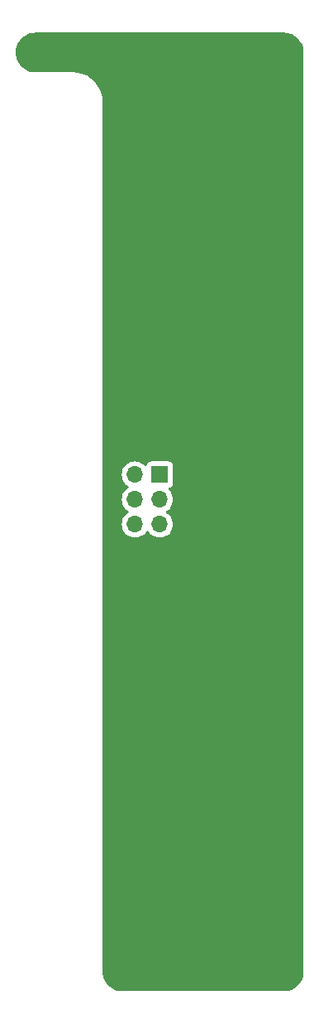
<source format=gbr>
%TF.GenerationSoftware,KiCad,Pcbnew,8.0.4-8.0.4-0~ubuntu22.04.1*%
%TF.CreationDate,2024-08-10T20:30:17+03:00*%
%TF.ProjectId,PM-CPU-RP-front,504d2d43-5055-42d5-9250-2d66726f6e74,rev?*%
%TF.SameCoordinates,Original*%
%TF.FileFunction,Copper,L1,Top*%
%TF.FilePolarity,Positive*%
%FSLAX46Y46*%
G04 Gerber Fmt 4.6, Leading zero omitted, Abs format (unit mm)*
G04 Created by KiCad (PCBNEW 8.0.4-8.0.4-0~ubuntu22.04.1) date 2024-08-10 20:30:17*
%MOMM*%
%LPD*%
G01*
G04 APERTURE LIST*
%TA.AperFunction,ComponentPad*%
%ADD10R,1.700000X1.700000*%
%TD*%
%TA.AperFunction,ComponentPad*%
%ADD11O,1.700000X1.700000*%
%TD*%
G04 APERTURE END LIST*
D10*
%TO.P,J1,1,Pin_1*%
%TO.N,unconnected-(J1-Pin_1-Pad1)*%
X66040000Y-96520000D03*
D11*
%TO.P,J1,2,Pin_2*%
%TO.N,unconnected-(J1-Pin_2-Pad2)*%
X63500000Y-96520000D03*
%TO.P,J1,3,Pin_3*%
%TO.N,unconnected-(J1-Pin_3-Pad3)*%
X66040000Y-99060000D03*
%TO.P,J1,4,Pin_4*%
%TO.N,unconnected-(J1-Pin_4-Pad4)*%
X63500000Y-99060000D03*
%TO.P,J1,5,Pin_5*%
%TO.N,unconnected-(J1-Pin_5-Pad5)*%
X66040000Y-101600000D03*
%TO.P,J1,6,Pin_6*%
%TO.N,unconnected-(J1-Pin_6-Pad6)*%
X63500000Y-101600000D03*
%TO.P,J1,7,Pin_7*%
%TO.N,GND*%
X66040000Y-104140000D03*
%TO.P,J1,8,Pin_8*%
X63500000Y-104140000D03*
%TD*%
%TA.AperFunction,Conductor*%
%TO.N,GND*%
G36*
X78744042Y-51300765D02*
G01*
X78766774Y-51302254D01*
X78998114Y-51317417D01*
X79014172Y-51319532D01*
X79259888Y-51368408D01*
X79275554Y-51372606D01*
X79426736Y-51423925D01*
X79512788Y-51453136D01*
X79527765Y-51459339D01*
X79745336Y-51566633D01*
X79752460Y-51570146D01*
X79766508Y-51578256D01*
X79974815Y-51717443D01*
X79987679Y-51727314D01*
X80176033Y-51892497D01*
X80187502Y-51903966D01*
X80352685Y-52092320D01*
X80362559Y-52105188D01*
X80501743Y-52313492D01*
X80509853Y-52327539D01*
X80620657Y-52552227D01*
X80626864Y-52567213D01*
X80707393Y-52804445D01*
X80711591Y-52820111D01*
X80760465Y-53065813D01*
X80762583Y-53081895D01*
X80778968Y-53331890D01*
X80779235Y-53335956D01*
X80779500Y-53344066D01*
X80779500Y-147315933D01*
X80779235Y-147324043D01*
X80762583Y-147578104D01*
X80760465Y-147594186D01*
X80711591Y-147839888D01*
X80707393Y-147855554D01*
X80626864Y-148092786D01*
X80620657Y-148107772D01*
X80509853Y-148332460D01*
X80501743Y-148346507D01*
X80362559Y-148554811D01*
X80352685Y-148567679D01*
X80187502Y-148756033D01*
X80176033Y-148767502D01*
X79987679Y-148932685D01*
X79974811Y-148942559D01*
X79766507Y-149081743D01*
X79752460Y-149089853D01*
X79527772Y-149200657D01*
X79512786Y-149206864D01*
X79275554Y-149287393D01*
X79259888Y-149291591D01*
X79014186Y-149340465D01*
X78998104Y-149342583D01*
X78744043Y-149359235D01*
X78735933Y-149359500D01*
X62234067Y-149359500D01*
X62225957Y-149359235D01*
X61971895Y-149342583D01*
X61955814Y-149340465D01*
X61920770Y-149333494D01*
X61710111Y-149291591D01*
X61694445Y-149287393D01*
X61457213Y-149206864D01*
X61442227Y-149200657D01*
X61217539Y-149089853D01*
X61203492Y-149081743D01*
X60995188Y-148942559D01*
X60982320Y-148932685D01*
X60793966Y-148767502D01*
X60782497Y-148756033D01*
X60617314Y-148567679D01*
X60607440Y-148554811D01*
X60468256Y-148346507D01*
X60460146Y-148332460D01*
X60349464Y-148108019D01*
X60349339Y-148107765D01*
X60343135Y-148092786D01*
X60262606Y-147855554D01*
X60258408Y-147839888D01*
X60249736Y-147796292D01*
X60209532Y-147594172D01*
X60207417Y-147578114D01*
X60190765Y-147324042D01*
X60190500Y-147315933D01*
X60190500Y-96519999D01*
X62144341Y-96519999D01*
X62144341Y-96520000D01*
X62164936Y-96755403D01*
X62164938Y-96755413D01*
X62226094Y-96983655D01*
X62226096Y-96983659D01*
X62226097Y-96983663D01*
X62310499Y-97164663D01*
X62325965Y-97197830D01*
X62325967Y-97197834D01*
X62461501Y-97391395D01*
X62461506Y-97391402D01*
X62628597Y-97558493D01*
X62628603Y-97558498D01*
X62814158Y-97688425D01*
X62857783Y-97743002D01*
X62864977Y-97812500D01*
X62833454Y-97874855D01*
X62814158Y-97891575D01*
X62628597Y-98021505D01*
X62461505Y-98188597D01*
X62325965Y-98382169D01*
X62325964Y-98382171D01*
X62226098Y-98596335D01*
X62226094Y-98596344D01*
X62164938Y-98824586D01*
X62164936Y-98824596D01*
X62144341Y-99059999D01*
X62144341Y-99060000D01*
X62164936Y-99295403D01*
X62164938Y-99295413D01*
X62226094Y-99523655D01*
X62226096Y-99523659D01*
X62226097Y-99523663D01*
X62230000Y-99532032D01*
X62325965Y-99737830D01*
X62325967Y-99737834D01*
X62434281Y-99892521D01*
X62461501Y-99931396D01*
X62461506Y-99931402D01*
X62628597Y-100098493D01*
X62628603Y-100098498D01*
X62814158Y-100228425D01*
X62857783Y-100283002D01*
X62864977Y-100352500D01*
X62833454Y-100414855D01*
X62814158Y-100431575D01*
X62628597Y-100561505D01*
X62461505Y-100728597D01*
X62325965Y-100922169D01*
X62325964Y-100922171D01*
X62226098Y-101136335D01*
X62226094Y-101136344D01*
X62164938Y-101364586D01*
X62164936Y-101364596D01*
X62144341Y-101599999D01*
X62144341Y-101600000D01*
X62164936Y-101835403D01*
X62164938Y-101835413D01*
X62226094Y-102063655D01*
X62226096Y-102063659D01*
X62226097Y-102063663D01*
X62230000Y-102072032D01*
X62325965Y-102277830D01*
X62325967Y-102277834D01*
X62434281Y-102432521D01*
X62461505Y-102471401D01*
X62628599Y-102638495D01*
X62725384Y-102706265D01*
X62822165Y-102774032D01*
X62822167Y-102774033D01*
X62822170Y-102774035D01*
X63036337Y-102873903D01*
X63264592Y-102935063D01*
X63452918Y-102951539D01*
X63499999Y-102955659D01*
X63500000Y-102955659D01*
X63500001Y-102955659D01*
X63539234Y-102952226D01*
X63735408Y-102935063D01*
X63963663Y-102873903D01*
X64177830Y-102774035D01*
X64371401Y-102638495D01*
X64538495Y-102471401D01*
X64668425Y-102285842D01*
X64723002Y-102242217D01*
X64792500Y-102235023D01*
X64854855Y-102266546D01*
X64871575Y-102285842D01*
X65001500Y-102471395D01*
X65001505Y-102471401D01*
X65168599Y-102638495D01*
X65265384Y-102706265D01*
X65362165Y-102774032D01*
X65362167Y-102774033D01*
X65362170Y-102774035D01*
X65576337Y-102873903D01*
X65804592Y-102935063D01*
X65992918Y-102951539D01*
X66039999Y-102955659D01*
X66040000Y-102955659D01*
X66040001Y-102955659D01*
X66079234Y-102952226D01*
X66275408Y-102935063D01*
X66503663Y-102873903D01*
X66717830Y-102774035D01*
X66911401Y-102638495D01*
X67078495Y-102471401D01*
X67214035Y-102277830D01*
X67313903Y-102063663D01*
X67375063Y-101835408D01*
X67395659Y-101600000D01*
X67375063Y-101364592D01*
X67313903Y-101136337D01*
X67214035Y-100922171D01*
X67208425Y-100914158D01*
X67078494Y-100728597D01*
X66911402Y-100561506D01*
X66911396Y-100561501D01*
X66725842Y-100431575D01*
X66682217Y-100376998D01*
X66675023Y-100307500D01*
X66706546Y-100245145D01*
X66725842Y-100228425D01*
X66748026Y-100212891D01*
X66911401Y-100098495D01*
X67078495Y-99931401D01*
X67214035Y-99737830D01*
X67313903Y-99523663D01*
X67375063Y-99295408D01*
X67395659Y-99060000D01*
X67375063Y-98824592D01*
X67313903Y-98596337D01*
X67214035Y-98382171D01*
X67208424Y-98374158D01*
X67078496Y-98188600D01*
X67078493Y-98188597D01*
X66956567Y-98066671D01*
X66923084Y-98005351D01*
X66928068Y-97935659D01*
X66969939Y-97879725D01*
X67000915Y-97862810D01*
X67132331Y-97813796D01*
X67247546Y-97727546D01*
X67333796Y-97612331D01*
X67384091Y-97477483D01*
X67390500Y-97417873D01*
X67390499Y-95622128D01*
X67384091Y-95562517D01*
X67382810Y-95559083D01*
X67333797Y-95427671D01*
X67333793Y-95427664D01*
X67247547Y-95312455D01*
X67247544Y-95312452D01*
X67132335Y-95226206D01*
X67132328Y-95226202D01*
X66997482Y-95175908D01*
X66997483Y-95175908D01*
X66937883Y-95169501D01*
X66937881Y-95169500D01*
X66937873Y-95169500D01*
X66937864Y-95169500D01*
X65142129Y-95169500D01*
X65142123Y-95169501D01*
X65082516Y-95175908D01*
X64947671Y-95226202D01*
X64947664Y-95226206D01*
X64832455Y-95312452D01*
X64832452Y-95312455D01*
X64746206Y-95427664D01*
X64746203Y-95427669D01*
X64697189Y-95559083D01*
X64655317Y-95615016D01*
X64589853Y-95639433D01*
X64521580Y-95624581D01*
X64493326Y-95603430D01*
X64371402Y-95481506D01*
X64371395Y-95481501D01*
X64177834Y-95345967D01*
X64177830Y-95345965D01*
X64177828Y-95345964D01*
X63963663Y-95246097D01*
X63963659Y-95246096D01*
X63963655Y-95246094D01*
X63735413Y-95184938D01*
X63735403Y-95184936D01*
X63500001Y-95164341D01*
X63499999Y-95164341D01*
X63264596Y-95184936D01*
X63264586Y-95184938D01*
X63036344Y-95246094D01*
X63036335Y-95246098D01*
X62822171Y-95345964D01*
X62822169Y-95345965D01*
X62628597Y-95481505D01*
X62461505Y-95648597D01*
X62325965Y-95842169D01*
X62325964Y-95842171D01*
X62226098Y-96056335D01*
X62226094Y-96056344D01*
X62164938Y-96284586D01*
X62164936Y-96284596D01*
X62144341Y-96519999D01*
X60190500Y-96519999D01*
X60190500Y-58260657D01*
X60179268Y-58153792D01*
X60157188Y-57943708D01*
X60090928Y-57631981D01*
X59992447Y-57328887D01*
X59862824Y-57037747D01*
X59703479Y-56761753D01*
X59703479Y-56761752D01*
X59516148Y-56503916D01*
X59404275Y-56379670D01*
X59302909Y-56267091D01*
X59201541Y-56175819D01*
X59066083Y-56053851D01*
X59064669Y-56052824D01*
X58845350Y-55893478D01*
X58808246Y-55866520D01*
X58532262Y-55707181D01*
X58532257Y-55707178D01*
X58532253Y-55707176D01*
X58241113Y-55577553D01*
X58241108Y-55577551D01*
X58241105Y-55577550D01*
X58067710Y-55521211D01*
X57938019Y-55479072D01*
X57938016Y-55479071D01*
X57938015Y-55479071D01*
X57938014Y-55479070D01*
X57669245Y-55421942D01*
X57626295Y-55412812D01*
X57490458Y-55398535D01*
X57309346Y-55379500D01*
X57309342Y-55379500D01*
X53344067Y-55379500D01*
X53335957Y-55379235D01*
X53081895Y-55362583D01*
X53065814Y-55360465D01*
X53030770Y-55353494D01*
X52820111Y-55311591D01*
X52804445Y-55307393D01*
X52567213Y-55226864D01*
X52552227Y-55220657D01*
X52327539Y-55109853D01*
X52313492Y-55101743D01*
X52105188Y-54962559D01*
X52092320Y-54952685D01*
X51903966Y-54787502D01*
X51892497Y-54776033D01*
X51727314Y-54587679D01*
X51717440Y-54574811D01*
X51578256Y-54366507D01*
X51570146Y-54352460D01*
X51459464Y-54128019D01*
X51459339Y-54127765D01*
X51453135Y-54112786D01*
X51372606Y-53875554D01*
X51368408Y-53859888D01*
X51359736Y-53816292D01*
X51319532Y-53614172D01*
X51317417Y-53598116D01*
X51301031Y-53348101D01*
X51301031Y-53331898D01*
X51317417Y-53081881D01*
X51319531Y-53065829D01*
X51368409Y-52820107D01*
X51372606Y-52804445D01*
X51396197Y-52734945D01*
X51453138Y-52567205D01*
X51459336Y-52552239D01*
X51570149Y-52327533D01*
X51578252Y-52313498D01*
X51717448Y-52105176D01*
X51727305Y-52092331D01*
X51892502Y-51903960D01*
X51903960Y-51892502D01*
X52092331Y-51727305D01*
X52105176Y-51717448D01*
X52313498Y-51578252D01*
X52327533Y-51570149D01*
X52552239Y-51459336D01*
X52567205Y-51453138D01*
X52734945Y-51396197D01*
X52804445Y-51372606D01*
X52820107Y-51368409D01*
X53065829Y-51319531D01*
X53081883Y-51317417D01*
X53314848Y-51302148D01*
X53335958Y-51300765D01*
X53344067Y-51300500D01*
X53405892Y-51300500D01*
X78674108Y-51300500D01*
X78735933Y-51300500D01*
X78744042Y-51300765D01*
G37*
%TD.AperFunction*%
%TD*%
M02*

</source>
